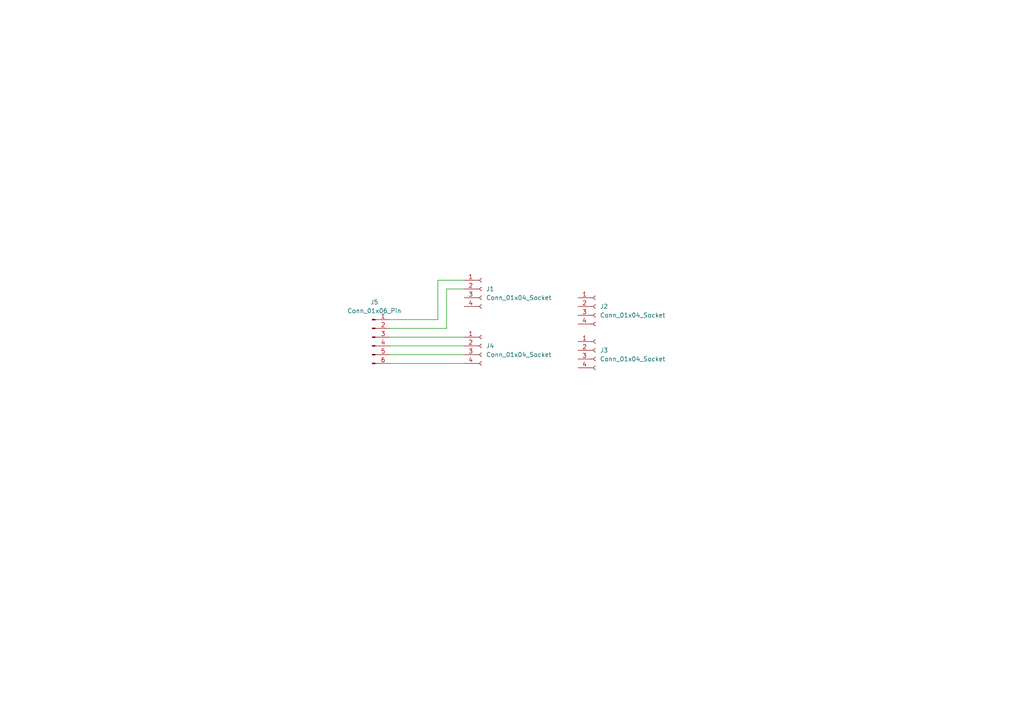
<source format=kicad_sch>
(kicad_sch
	(version 20250114)
	(generator "eeschema")
	(generator_version "9.0")
	(uuid "c7166619-b781-4a53-a071-e3ce369183d9")
	(paper "A4")
	(lib_symbols
		(symbol "Connector:Conn_01x04_Socket"
			(pin_names
				(offset 1.016)
				(hide yes)
			)
			(exclude_from_sim no)
			(in_bom yes)
			(on_board yes)
			(property "Reference" "J"
				(at 0 5.08 0)
				(effects
					(font
						(size 1.27 1.27)
					)
				)
			)
			(property "Value" "Conn_01x04_Socket"
				(at 0 -7.62 0)
				(effects
					(font
						(size 1.27 1.27)
					)
				)
			)
			(property "Footprint" ""
				(at 0 0 0)
				(effects
					(font
						(size 1.27 1.27)
					)
					(hide yes)
				)
			)
			(property "Datasheet" "~"
				(at 0 0 0)
				(effects
					(font
						(size 1.27 1.27)
					)
					(hide yes)
				)
			)
			(property "Description" "Generic connector, single row, 01x04, script generated"
				(at 0 0 0)
				(effects
					(font
						(size 1.27 1.27)
					)
					(hide yes)
				)
			)
			(property "ki_locked" ""
				(at 0 0 0)
				(effects
					(font
						(size 1.27 1.27)
					)
				)
			)
			(property "ki_keywords" "connector"
				(at 0 0 0)
				(effects
					(font
						(size 1.27 1.27)
					)
					(hide yes)
				)
			)
			(property "ki_fp_filters" "Connector*:*_1x??_*"
				(at 0 0 0)
				(effects
					(font
						(size 1.27 1.27)
					)
					(hide yes)
				)
			)
			(symbol "Conn_01x04_Socket_1_1"
				(polyline
					(pts
						(xy -1.27 2.54) (xy -0.508 2.54)
					)
					(stroke
						(width 0.1524)
						(type default)
					)
					(fill
						(type none)
					)
				)
				(polyline
					(pts
						(xy -1.27 0) (xy -0.508 0)
					)
					(stroke
						(width 0.1524)
						(type default)
					)
					(fill
						(type none)
					)
				)
				(polyline
					(pts
						(xy -1.27 -2.54) (xy -0.508 -2.54)
					)
					(stroke
						(width 0.1524)
						(type default)
					)
					(fill
						(type none)
					)
				)
				(polyline
					(pts
						(xy -1.27 -5.08) (xy -0.508 -5.08)
					)
					(stroke
						(width 0.1524)
						(type default)
					)
					(fill
						(type none)
					)
				)
				(arc
					(start 0 2.032)
					(mid -0.5058 2.54)
					(end 0 3.048)
					(stroke
						(width 0.1524)
						(type default)
					)
					(fill
						(type none)
					)
				)
				(arc
					(start 0 -0.508)
					(mid -0.5058 0)
					(end 0 0.508)
					(stroke
						(width 0.1524)
						(type default)
					)
					(fill
						(type none)
					)
				)
				(arc
					(start 0 -3.048)
					(mid -0.5058 -2.54)
					(end 0 -2.032)
					(stroke
						(width 0.1524)
						(type default)
					)
					(fill
						(type none)
					)
				)
				(arc
					(start 0 -5.588)
					(mid -0.5058 -5.08)
					(end 0 -4.572)
					(stroke
						(width 0.1524)
						(type default)
					)
					(fill
						(type none)
					)
				)
				(pin passive line
					(at -5.08 2.54 0)
					(length 3.81)
					(name "Pin_1"
						(effects
							(font
								(size 1.27 1.27)
							)
						)
					)
					(number "1"
						(effects
							(font
								(size 1.27 1.27)
							)
						)
					)
				)
				(pin passive line
					(at -5.08 0 0)
					(length 3.81)
					(name "Pin_2"
						(effects
							(font
								(size 1.27 1.27)
							)
						)
					)
					(number "2"
						(effects
							(font
								(size 1.27 1.27)
							)
						)
					)
				)
				(pin passive line
					(at -5.08 -2.54 0)
					(length 3.81)
					(name "Pin_3"
						(effects
							(font
								(size 1.27 1.27)
							)
						)
					)
					(number "3"
						(effects
							(font
								(size 1.27 1.27)
							)
						)
					)
				)
				(pin passive line
					(at -5.08 -5.08 0)
					(length 3.81)
					(name "Pin_4"
						(effects
							(font
								(size 1.27 1.27)
							)
						)
					)
					(number "4"
						(effects
							(font
								(size 1.27 1.27)
							)
						)
					)
				)
			)
			(embedded_fonts no)
		)
		(symbol "Connector:Conn_01x06_Pin"
			(pin_names
				(offset 1.016)
				(hide yes)
			)
			(exclude_from_sim no)
			(in_bom yes)
			(on_board yes)
			(property "Reference" "J"
				(at 0 7.62 0)
				(effects
					(font
						(size 1.27 1.27)
					)
				)
			)
			(property "Value" "Conn_01x06_Pin"
				(at 0 -10.16 0)
				(effects
					(font
						(size 1.27 1.27)
					)
				)
			)
			(property "Footprint" ""
				(at 0 0 0)
				(effects
					(font
						(size 1.27 1.27)
					)
					(hide yes)
				)
			)
			(property "Datasheet" "~"
				(at 0 0 0)
				(effects
					(font
						(size 1.27 1.27)
					)
					(hide yes)
				)
			)
			(property "Description" "Generic connector, single row, 01x06, script generated"
				(at 0 0 0)
				(effects
					(font
						(size 1.27 1.27)
					)
					(hide yes)
				)
			)
			(property "ki_locked" ""
				(at 0 0 0)
				(effects
					(font
						(size 1.27 1.27)
					)
				)
			)
			(property "ki_keywords" "connector"
				(at 0 0 0)
				(effects
					(font
						(size 1.27 1.27)
					)
					(hide yes)
				)
			)
			(property "ki_fp_filters" "Connector*:*_1x??_*"
				(at 0 0 0)
				(effects
					(font
						(size 1.27 1.27)
					)
					(hide yes)
				)
			)
			(symbol "Conn_01x06_Pin_1_1"
				(rectangle
					(start 0.8636 5.207)
					(end 0 4.953)
					(stroke
						(width 0.1524)
						(type default)
					)
					(fill
						(type outline)
					)
				)
				(rectangle
					(start 0.8636 2.667)
					(end 0 2.413)
					(stroke
						(width 0.1524)
						(type default)
					)
					(fill
						(type outline)
					)
				)
				(rectangle
					(start 0.8636 0.127)
					(end 0 -0.127)
					(stroke
						(width 0.1524)
						(type default)
					)
					(fill
						(type outline)
					)
				)
				(rectangle
					(start 0.8636 -2.413)
					(end 0 -2.667)
					(stroke
						(width 0.1524)
						(type default)
					)
					(fill
						(type outline)
					)
				)
				(rectangle
					(start 0.8636 -4.953)
					(end 0 -5.207)
					(stroke
						(width 0.1524)
						(type default)
					)
					(fill
						(type outline)
					)
				)
				(rectangle
					(start 0.8636 -7.493)
					(end 0 -7.747)
					(stroke
						(width 0.1524)
						(type default)
					)
					(fill
						(type outline)
					)
				)
				(polyline
					(pts
						(xy 1.27 5.08) (xy 0.8636 5.08)
					)
					(stroke
						(width 0.1524)
						(type default)
					)
					(fill
						(type none)
					)
				)
				(polyline
					(pts
						(xy 1.27 2.54) (xy 0.8636 2.54)
					)
					(stroke
						(width 0.1524)
						(type default)
					)
					(fill
						(type none)
					)
				)
				(polyline
					(pts
						(xy 1.27 0) (xy 0.8636 0)
					)
					(stroke
						(width 0.1524)
						(type default)
					)
					(fill
						(type none)
					)
				)
				(polyline
					(pts
						(xy 1.27 -2.54) (xy 0.8636 -2.54)
					)
					(stroke
						(width 0.1524)
						(type default)
					)
					(fill
						(type none)
					)
				)
				(polyline
					(pts
						(xy 1.27 -5.08) (xy 0.8636 -5.08)
					)
					(stroke
						(width 0.1524)
						(type default)
					)
					(fill
						(type none)
					)
				)
				(polyline
					(pts
						(xy 1.27 -7.62) (xy 0.8636 -7.62)
					)
					(stroke
						(width 0.1524)
						(type default)
					)
					(fill
						(type none)
					)
				)
				(pin passive line
					(at 5.08 5.08 180)
					(length 3.81)
					(name "Pin_1"
						(effects
							(font
								(size 1.27 1.27)
							)
						)
					)
					(number "1"
						(effects
							(font
								(size 1.27 1.27)
							)
						)
					)
				)
				(pin passive line
					(at 5.08 2.54 180)
					(length 3.81)
					(name "Pin_2"
						(effects
							(font
								(size 1.27 1.27)
							)
						)
					)
					(number "2"
						(effects
							(font
								(size 1.27 1.27)
							)
						)
					)
				)
				(pin passive line
					(at 5.08 0 180)
					(length 3.81)
					(name "Pin_3"
						(effects
							(font
								(size 1.27 1.27)
							)
						)
					)
					(number "3"
						(effects
							(font
								(size 1.27 1.27)
							)
						)
					)
				)
				(pin passive line
					(at 5.08 -2.54 180)
					(length 3.81)
					(name "Pin_4"
						(effects
							(font
								(size 1.27 1.27)
							)
						)
					)
					(number "4"
						(effects
							(font
								(size 1.27 1.27)
							)
						)
					)
				)
				(pin passive line
					(at 5.08 -5.08 180)
					(length 3.81)
					(name "Pin_5"
						(effects
							(font
								(size 1.27 1.27)
							)
						)
					)
					(number "5"
						(effects
							(font
								(size 1.27 1.27)
							)
						)
					)
				)
				(pin passive line
					(at 5.08 -7.62 180)
					(length 3.81)
					(name "Pin_6"
						(effects
							(font
								(size 1.27 1.27)
							)
						)
					)
					(number "6"
						(effects
							(font
								(size 1.27 1.27)
							)
						)
					)
				)
			)
			(embedded_fonts no)
		)
	)
	(wire
		(pts
			(xy 129.54 83.82) (xy 134.62 83.82)
		)
		(stroke
			(width 0)
			(type default)
		)
		(uuid "3a780d93-ae59-449c-b7a7-a929e7e53e90")
	)
	(wire
		(pts
			(xy 129.54 95.25) (xy 129.54 83.82)
		)
		(stroke
			(width 0)
			(type default)
		)
		(uuid "4c644857-6d62-4f8c-bec0-d0bdfbb1fdf7")
	)
	(wire
		(pts
			(xy 113.03 97.79) (xy 134.62 97.79)
		)
		(stroke
			(width 0)
			(type default)
		)
		(uuid "509ae797-bbab-42ad-ad8d-323dc91a1f41")
	)
	(wire
		(pts
			(xy 113.03 100.33) (xy 134.62 100.33)
		)
		(stroke
			(width 0)
			(type default)
		)
		(uuid "5275955c-a9d2-4a30-96d5-c5a8b211025f")
	)
	(wire
		(pts
			(xy 113.03 102.87) (xy 134.62 102.87)
		)
		(stroke
			(width 0)
			(type default)
		)
		(uuid "7b7fa2ab-0de5-4137-82c9-cd655718e66b")
	)
	(wire
		(pts
			(xy 127 81.28) (xy 134.62 81.28)
		)
		(stroke
			(width 0)
			(type default)
		)
		(uuid "7ba1143e-8837-4544-bcc8-d8ce0a1365ea")
	)
	(wire
		(pts
			(xy 113.03 92.71) (xy 127 92.71)
		)
		(stroke
			(width 0)
			(type default)
		)
		(uuid "b08be7f5-ddcf-40a2-9268-a10b9ca10638")
	)
	(wire
		(pts
			(xy 113.03 95.25) (xy 129.54 95.25)
		)
		(stroke
			(width 0)
			(type default)
		)
		(uuid "baebb90f-e3c1-4684-ae9b-4953f504f956")
	)
	(wire
		(pts
			(xy 113.03 105.41) (xy 134.62 105.41)
		)
		(stroke
			(width 0)
			(type default)
		)
		(uuid "d62dd592-4254-4ef2-a518-a3c1bf9efd0d")
	)
	(wire
		(pts
			(xy 127 92.71) (xy 127 81.28)
		)
		(stroke
			(width 0)
			(type default)
		)
		(uuid "f1033b6a-0b66-4ce6-ae07-13d6020ebcf9")
	)
	(symbol
		(lib_id "Connector:Conn_01x04_Socket")
		(at 139.7 83.82 0)
		(unit 1)
		(exclude_from_sim no)
		(in_bom yes)
		(on_board yes)
		(dnp no)
		(fields_autoplaced yes)
		(uuid "2315f61e-190d-43c5-973b-24ec22606e75")
		(property "Reference" "J1"
			(at 140.97 83.8199 0)
			(effects
				(font
					(size 1.27 1.27)
				)
				(justify left)
			)
		)
		(property "Value" "Conn_01x04_Socket"
			(at 140.97 86.3599 0)
			(effects
				(font
					(size 1.27 1.27)
				)
				(justify left)
			)
		)
		(property "Footprint" "Connector_PinHeader_2.54mm:PinHeader_1x04_P2.54mm_Vertical"
			(at 139.7 83.82 0)
			(effects
				(font
					(size 1.27 1.27)
				)
				(hide yes)
			)
		)
		(property "Datasheet" "~"
			(at 139.7 83.82 0)
			(effects
				(font
					(size 1.27 1.27)
				)
				(hide yes)
			)
		)
		(property "Description" "Generic connector, single row, 01x04, script generated"
			(at 139.7 83.82 0)
			(effects
				(font
					(size 1.27 1.27)
				)
				(hide yes)
			)
		)
		(pin "3"
			(uuid "5b4c9edc-c982-459b-b884-fdf90b7f2462")
		)
		(pin "2"
			(uuid "3cbc1507-740e-40d1-b9ad-50e82ba3f0a8")
		)
		(pin "1"
			(uuid "84a2082f-0ebd-44bf-99c3-6cc50a90a10e")
		)
		(pin "4"
			(uuid "905927d2-5c1f-4040-8618-c3c0d789fe58")
		)
		(instances
			(project ""
				(path "/c7166619-b781-4a53-a071-e3ce369183d9"
					(reference "J1")
					(unit 1)
				)
			)
		)
	)
	(symbol
		(lib_id "Connector:Conn_01x04_Socket")
		(at 172.72 88.9 0)
		(unit 1)
		(exclude_from_sim no)
		(in_bom yes)
		(on_board yes)
		(dnp no)
		(fields_autoplaced yes)
		(uuid "6d0e09c3-105a-4f7e-8f56-65ad339b22f0")
		(property "Reference" "J2"
			(at 173.99 88.8999 0)
			(effects
				(font
					(size 1.27 1.27)
				)
				(justify left)
			)
		)
		(property "Value" "Conn_01x04_Socket"
			(at 173.99 91.4399 0)
			(effects
				(font
					(size 1.27 1.27)
				)
				(justify left)
			)
		)
		(property "Footprint" "Connector_PinHeader_2.54mm:PinHeader_1x04_P2.54mm_Vertical"
			(at 172.72 88.9 0)
			(effects
				(font
					(size 1.27 1.27)
				)
				(hide yes)
			)
		)
		(property "Datasheet" "~"
			(at 172.72 88.9 0)
			(effects
				(font
					(size 1.27 1.27)
				)
				(hide yes)
			)
		)
		(property "Description" "Generic connector, single row, 01x04, script generated"
			(at 172.72 88.9 0)
			(effects
				(font
					(size 1.27 1.27)
				)
				(hide yes)
			)
		)
		(pin "3"
			(uuid "b7bb3a0d-623c-43be-bb34-52e09e2a31da")
		)
		(pin "2"
			(uuid "4b5934c1-b3f9-40b2-8c43-deb4b731fa18")
		)
		(pin "1"
			(uuid "70dada8b-525f-4989-aafc-f26d5e000005")
		)
		(pin "4"
			(uuid "65349456-2fe5-4725-a42b-67353c19bcb8")
		)
		(instances
			(project "OSMC_Module_Receiver"
				(path "/c7166619-b781-4a53-a071-e3ce369183d9"
					(reference "J2")
					(unit 1)
				)
			)
		)
	)
	(symbol
		(lib_id "Connector:Conn_01x04_Socket")
		(at 139.7 100.33 0)
		(unit 1)
		(exclude_from_sim no)
		(in_bom yes)
		(on_board yes)
		(dnp no)
		(fields_autoplaced yes)
		(uuid "b235e3fc-ded6-4ad6-b243-bf5c77048d2f")
		(property "Reference" "J4"
			(at 140.97 100.3299 0)
			(effects
				(font
					(size 1.27 1.27)
				)
				(justify left)
			)
		)
		(property "Value" "Conn_01x04_Socket"
			(at 140.97 102.8699 0)
			(effects
				(font
					(size 1.27 1.27)
				)
				(justify left)
			)
		)
		(property "Footprint" "Connector_PinHeader_2.54mm:PinHeader_1x04_P2.54mm_Vertical"
			(at 139.7 100.33 0)
			(effects
				(font
					(size 1.27 1.27)
				)
				(hide yes)
			)
		)
		(property "Datasheet" "~"
			(at 139.7 100.33 0)
			(effects
				(font
					(size 1.27 1.27)
				)
				(hide yes)
			)
		)
		(property "Description" "Generic connector, single row, 01x04, script generated"
			(at 139.7 100.33 0)
			(effects
				(font
					(size 1.27 1.27)
				)
				(hide yes)
			)
		)
		(pin "3"
			(uuid "830dd5ff-772f-4e9e-a196-27e853a4c88f")
		)
		(pin "2"
			(uuid "83e16e17-bde2-4607-8fdf-d454c42148ef")
		)
		(pin "1"
			(uuid "32a30196-4130-4c99-a425-a9b94da66563")
		)
		(pin "4"
			(uuid "e4f8676f-65e1-4606-96b9-3f62cca4ff1d")
		)
		(instances
			(project "OSMC_Module_Receiver"
				(path "/c7166619-b781-4a53-a071-e3ce369183d9"
					(reference "J4")
					(unit 1)
				)
			)
		)
	)
	(symbol
		(lib_id "Connector:Conn_01x04_Socket")
		(at 172.72 101.6 0)
		(unit 1)
		(exclude_from_sim no)
		(in_bom yes)
		(on_board yes)
		(dnp no)
		(fields_autoplaced yes)
		(uuid "cdd83744-7aa6-4852-a5c8-4c726b36892e")
		(property "Reference" "J3"
			(at 173.99 101.5999 0)
			(effects
				(font
					(size 1.27 1.27)
				)
				(justify left)
			)
		)
		(property "Value" "Conn_01x04_Socket"
			(at 173.99 104.1399 0)
			(effects
				(font
					(size 1.27 1.27)
				)
				(justify left)
			)
		)
		(property "Footprint" "Connector_PinHeader_2.54mm:PinHeader_1x04_P2.54mm_Vertical"
			(at 172.72 101.6 0)
			(effects
				(font
					(size 1.27 1.27)
				)
				(hide yes)
			)
		)
		(property "Datasheet" "~"
			(at 172.72 101.6 0)
			(effects
				(font
					(size 1.27 1.27)
				)
				(hide yes)
			)
		)
		(property "Description" "Generic connector, single row, 01x04, script generated"
			(at 172.72 101.6 0)
			(effects
				(font
					(size 1.27 1.27)
				)
				(hide yes)
			)
		)
		(pin "3"
			(uuid "33e37e6f-4a8a-4d0d-8c53-689890ef32cd")
		)
		(pin "2"
			(uuid "29a27252-31a1-4b0c-ab60-9bcd165bb180")
		)
		(pin "1"
			(uuid "4403296c-15d1-4862-872d-542777e79af9")
		)
		(pin "4"
			(uuid "c3ee54b7-c444-46d4-ac0c-8caaa99aaed4")
		)
		(instances
			(project "OSMC_Module_Receiver"
				(path "/c7166619-b781-4a53-a071-e3ce369183d9"
					(reference "J3")
					(unit 1)
				)
			)
		)
	)
	(symbol
		(lib_id "Connector:Conn_01x06_Pin")
		(at 107.95 97.79 0)
		(unit 1)
		(exclude_from_sim no)
		(in_bom yes)
		(on_board yes)
		(dnp no)
		(fields_autoplaced yes)
		(uuid "f62a6c32-26b8-4cb6-b779-f29ac8c94f2a")
		(property "Reference" "J5"
			(at 108.585 87.63 0)
			(effects
				(font
					(size 1.27 1.27)
				)
			)
		)
		(property "Value" "Conn_01x06_Pin"
			(at 108.585 90.17 0)
			(effects
				(font
					(size 1.27 1.27)
				)
			)
		)
		(property "Footprint" "Connector_PinHeader_2.54mm:PinHeader_1x06_P2.54mm_Horizontal"
			(at 107.95 97.79 0)
			(effects
				(font
					(size 1.27 1.27)
				)
				(hide yes)
			)
		)
		(property "Datasheet" "~"
			(at 107.95 97.79 0)
			(effects
				(font
					(size 1.27 1.27)
				)
				(hide yes)
			)
		)
		(property "Description" "Generic connector, single row, 01x06, script generated"
			(at 107.95 97.79 0)
			(effects
				(font
					(size 1.27 1.27)
				)
				(hide yes)
			)
		)
		(pin "1"
			(uuid "71aaf3c1-1a62-4bf4-91df-64e7305ec494")
		)
		(pin "5"
			(uuid "9e00e374-53e3-46a7-a476-f56d21b9acd2")
		)
		(pin "6"
			(uuid "de10aec0-43b3-47a7-827f-c44a64ff2e0e")
		)
		(pin "3"
			(uuid "f8fc64de-3e1c-482f-9a08-88a9df99dfca")
		)
		(pin "4"
			(uuid "50701935-a4fe-494b-9034-6299c7252906")
		)
		(pin "2"
			(uuid "95b45050-a158-4f74-993e-3bc042ed64aa")
		)
		(instances
			(project ""
				(path "/c7166619-b781-4a53-a071-e3ce369183d9"
					(reference "J5")
					(unit 1)
				)
			)
		)
	)
	(sheet_instances
		(path "/"
			(page "1")
		)
	)
	(embedded_fonts no)
)

</source>
